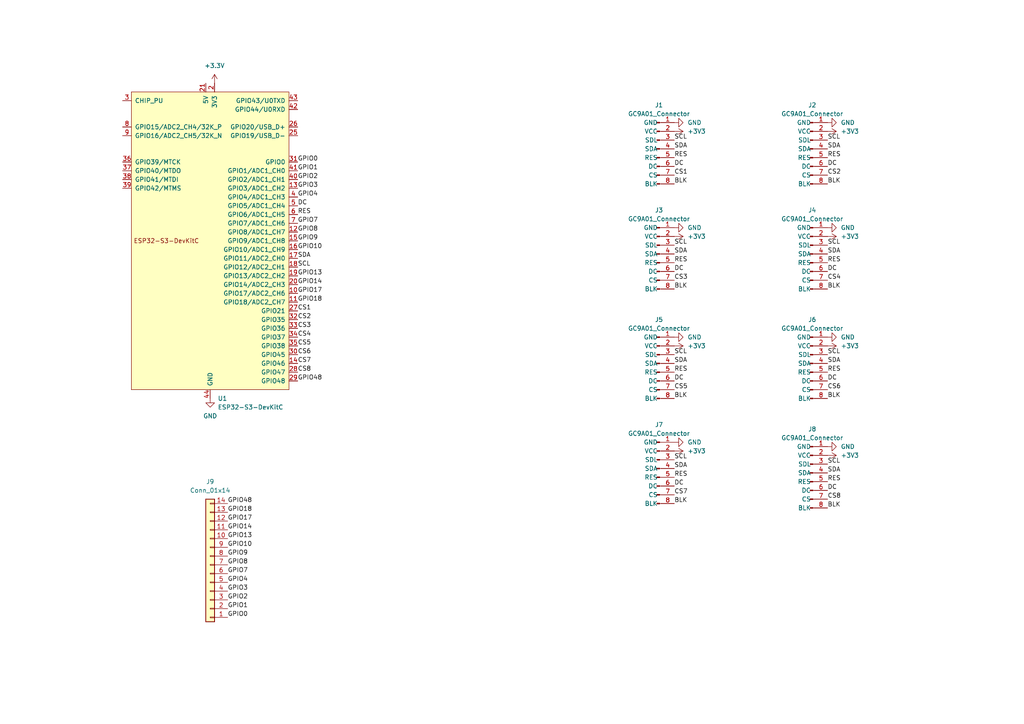
<source format=kicad_sch>
(kicad_sch (version 20230121) (generator eeschema)
  (paper "A4")
  (lib_symbols
    (symbol "Connector_Generic:Conn_01x14" (pin_names (offset 1.016) hide)
      (property "Reference" "J" (at 0 17.78 0))
      (property "Value" "Conn_01x14" (at 0 -20.32 0))
      (symbol "Conn_01x14_1_1"
        (rectangle (start -1.27 -17.653) (end 0 -17.907) (stroke (width 0.1524)))
        (rectangle (start -1.27 -15.113) (end 0 -15.367) (stroke (width 0.1524)))
        (rectangle (start -1.27 -12.573) (end 0 -12.827) (stroke (width 0.1524)))
        (rectangle (start -1.27 -10.033) (end 0 -10.287) (stroke (width 0.1524)))
        (rectangle (start -1.27 -7.493) (end 0 -7.747) (stroke (width 0.1524)))
        (rectangle (start -1.27 -4.953) (end 0 -5.207) (stroke (width 0.1524)))
        (rectangle (start -1.27 -2.413) (end 0 -2.667) (stroke (width 0.1524)))
        (rectangle (start -1.27 0.127) (end 0 -0.127) (stroke (width 0.1524)))
        (rectangle (start -1.27 2.667) (end 0 2.413) (stroke (width 0.1524)))
        (rectangle (start -1.27 5.207) (end 0 4.953) (stroke (width 0.1524)))
        (rectangle (start -1.27 7.747) (end 0 7.493) (stroke (width 0.1524)))
        (rectangle (start -1.27 10.287) (end 0 10.033) (stroke (width 0.1524)))
        (rectangle (start -1.27 12.827) (end 0 12.573) (stroke (width 0.1524)))
        (rectangle (start -1.27 15.367) (end 0 15.113) (stroke (width 0.1524)))
        (rectangle (start -1.27 16.51) (end 1.27 -19.05) (stroke (width 0.254)) (fill (type background)))
        (pin passive line (at -5.08 15.24 0) (length 3.81) (name "Pin_1") (number "1"))
        (pin passive line (at -5.08 -7.62 0) (length 3.81) (name "Pin_10") (number "10"))
        (pin passive line (at -5.08 -10.16 0) (length 3.81) (name "Pin_11") (number "11"))
        (pin passive line (at -5.08 -12.7 0) (length 3.81) (name "Pin_12") (number "12"))
        (pin passive line (at -5.08 -15.24 0) (length 3.81) (name "Pin_13") (number "13"))
        (pin passive line (at -5.08 -17.78 0) (length 3.81) (name "Pin_14") (number "14"))
        (pin passive line (at -5.08 12.7 0) (length 3.81) (name "Pin_2") (number "2"))
        (pin passive line (at -5.08 10.16 0) (length 3.81) (name "Pin_3") (number "3"))
        (pin passive line (at -5.08 7.62 0) (length 3.81) (name "Pin_4") (number "4"))
        (pin passive line (at -5.08 5.08 0) (length 3.81) (name "Pin_5") (number "5"))
        (pin passive line (at -5.08 2.54 0) (length 3.81) (name "Pin_6") (number "6"))
        (pin passive line (at -5.08 0 0) (length 3.81) (name "Pin_7") (number "7"))
        (pin passive line (at -5.08 -2.54 0) (length 3.81) (name "Pin_8") (number "8"))
        (pin passive line (at -5.08 -5.08 0) (length 3.81) (name "Pin_9") (number "9"))
      )
    )
    (symbol "Custom2:GC9A01 Connector" (pin_names (offset 1.016))
      (property "Reference" "J" (at 0 10.16 0))
      (property "Value" "GC9A01_Connector" (at 0 -12.7 0))
      (symbol "GC9A01 Connector_1_1"
        (polyline (pts (xy 1.27 -10.16) (xy 0.8636 -10.16)) (stroke (width 0.1524)))
        (polyline (pts (xy 1.27 -7.62) (xy 0.8636 -7.62)) (stroke (width 0.1524)))
        (polyline (pts (xy 1.27 -5.08) (xy 0.8636 -5.08)) (stroke (width 0.1524)))
        (polyline (pts (xy 1.27 -2.54) (xy 0.8636 -2.54)) (stroke (width 0.1524)))
        (polyline (pts (xy 1.27 0) (xy 0.8636 0)) (stroke (width 0.1524)))
        (polyline (pts (xy 1.27 2.54) (xy 0.8636 2.54)) (stroke (width 0.1524)))
        (polyline (pts (xy 1.27 5.08) (xy 0.8636 5.08)) (stroke (width 0.1524)))
        (polyline (pts (xy 1.27 7.62) (xy 0.8636 7.62)) (stroke (width 0.1524)))
        (rectangle (start 0.8636 -10.033) (end 0 -10.287) (stroke (width 0.1524)) (fill (type outline)))
        (rectangle (start 0.8636 -7.493) (end 0 -7.747) (stroke (width 0.1524)) (fill (type outline)))
        (rectangle (start 0.8636 -4.953) (end 0 -5.207) (stroke (width 0.1524)) (fill (type outline)))
        (rectangle (start 0.8636 -2.413) (end 0 -2.667) (stroke (width 0.1524)) (fill (type outline)))
        (rectangle (start 0.8636 0.127) (end 0 -0.127) (stroke (width 0.1524)) (fill (type outline)))
        (rectangle (start 0.8636 2.667) (end 0 2.413) (stroke (width 0.1524)) (fill (type outline)))
        (rectangle (start 0.8636 5.207) (end 0 4.953) (stroke (width 0.1524)) (fill (type outline)))
        (rectangle (start 0.8636 7.747) (end 0 7.493) (stroke (width 0.1524)) (fill (type outline)))
        (pin passive line (at 5.08 7.62 180) (length 3.81) (name "GND") (number "1"))
        (pin power_in line (at 5.08 5.08 180) (length 3.81) (name "VCC") (number "2"))
        (pin input line (at 5.08 2.54 180) (length 3.81) (name "SDL") (number "3"))
        (pin input line (at 5.08 0 180) (length 3.81) (name "SDA") (number "4"))
        (pin input line (at 5.08 -2.54 180) (length 3.81) (name "RES") (number "5"))
        (pin input line (at 5.08 -5.08 180) (length 3.81) (name "DC") (number "6"))
        (pin input line (at 5.08 -7.62 180) (length 3.81) (name "CS") (number "7"))
        (pin input line (at 5.08 -10.16 180) (length 3.81) (name "BLK") (number "8"))
      )
    )
    (symbol "PCM_Espressif:ESP32-S3-DevKitC" (pin_names (offset 1.016))
      (property "Reference" "U" (at -22.86 48.26 0))
      (property "Value" "ESP32-S3-DevKitC" (at -22.86 45.72 0))
      (symbol "ESP32-S3-DevKitC_0_0"
        (text "ESP32-S3-DevKitC" (at -12.7 0 0) (effects (font (size 1.27 1.27))))
        (pin bidirectional line (at 25.4 -35.56 180) (length 2.54) (name "GPIO46") (number "14"))
        (pin bidirectional line (at 25.4 -10.16 180) (length 2.54) (name "GPIO13/ADC2_CH2") (number "19"))
        (pin bidirectional line (at -25.4 15.24 0) (length 2.54) (name "GPIO42/MTMS") (number "39"))
        (pin bidirectional line (at 25.4 17.78 180) (length 2.54) (name "GPIO2/ADC1_CH1") (number "40"))
        (pin bidirectional line (at 25.4 20.32 180) (length 2.54) (name "GPIO1/ADC1_CH0") (number "41"))
        (pin bidirectional line (at 25.4 38.1 180) (length 2.54) (name "GPIO44/U0RXD") (number "42"))
        (pin bidirectional line (at 25.4 40.64 180) (length 2.54) (name "GPIO43/U0TXD") (number "43"))
        (pin power_in line (at 0 -45.72 90) (length 2.54) (name "GND") (number "44"))
      )
      (symbol "ESP32-S3-DevKitC_0_1"
        (rectangle (start -22.86 43.18) (end 22.86 -43.18) (fill (type background)))
        (pin power_in line (at 1.27 45.72 270) (length 2.54) (name "3V3") (number "2"))
      )
      (symbol "ESP32-S3-DevKitC_1_1"
        (pin passive line (at 1.27 45.72 270) (length 2.54) hide (name "3V3") (number "1"))
        (pin bidirectional line (at 25.4 -15.24 180) (length 2.54) (name "GPIO17/ADC2_CH6") (number "10"))
        (pin bidirectional line (at 25.4 -17.78 180) (length 2.54) (name "GPIO18/ADC2_CH7") (number "11"))
        (pin bidirectional line (at 25.4 2.54 180) (length 2.54) (name "GPIO8/ADC1_CH7") (number "12"))
        (pin bidirectional line (at 25.4 15.24 180) (length 2.54) (name "GPIO3/ADC1_CH2") (number "13"))
        (pin bidirectional line (at 25.4 0 180) (length 2.54) (name "GPIO9/ADC1_CH8") (number "15"))
        (pin bidirectional line (at 25.4 -2.54 180) (length 2.54) (name "GPIO10/ADC1_CH9") (number "16"))
        (pin bidirectional line (at 25.4 -5.08 180) (length 2.54) (name "GPIO11/ADC2_CH0") (number "17"))
        (pin bidirectional line (at 25.4 -7.62 180) (length 2.54) (name "GPIO12/ADC2_CH1") (number "18"))
        (pin bidirectional line (at 25.4 -12.7 180) (length 2.54) (name "GPIO14/ADC2_CH3") (number "20"))
        (pin power_in line (at -1.27 45.72 270) (length 2.54) (name "5V") (number "21"))
        (pin passive line (at 0 -45.72 90) (length 2.54) hide (name "GND") (number "22"))
        (pin passive line (at 0 -45.72 90) (length 2.54) hide (name "GND") (number "23"))
        (pin passive line (at 0 -45.72 90) (length 2.54) hide (name "GND") (number "24"))
        (pin bidirectional line (at 25.4 30.48 180) (length 2.54) (name "GPIO19/USB_D-") (number "25"))
        (pin bidirectional line (at 25.4 33.02 180) (length 2.54) (name "GPIO20/USB_D+") (number "26"))
        (pin bidirectional line (at 25.4 -20.32 180) (length 2.54) (name "GPIO21") (number "27"))
        (pin bidirectional line (at 25.4 -38.1 180) (length 2.54) (name "GPIO47") (number "28"))
        (pin bidirectional line (at 25.4 -40.64 180) (length 2.54) (name "GPIO48") (number "29"))
        (pin input line (at -25.4 40.64 0) (length 2.54) (name "CHIP_PU") (number "3"))
        (pin bidirectional line (at 25.4 -33.02 180) (length 2.54) (name "GPIO45") (number "30"))
        (pin bidirectional line (at 25.4 22.86 180) (length 2.54) (name "GPIO0") (number "31"))
        (pin bidirectional line (at 25.4 -22.86 180) (length 2.54) (name "GPIO35") (number "32"))
        (pin bidirectional line (at 25.4 -25.4 180) (length 2.54) (name "GPIO36") (number "33"))
        (pin bidirectional line (at 25.4 -27.94 180) (length 2.54) (name "GPIO37") (number "34"))
        (pin bidirectional line (at 25.4 -30.48 180) (length 2.54) (name "GPIO38") (number "35"))
        (pin bidirectional line (at -25.4 22.86 0) (length 2.54) (name "GPIO39/MTCK") (number "36"))
        (pin bidirectional line (at -25.4 20.32 0) (length 2.54) (name "GPIO40/MTDO") (number "37"))
        (pin bidirectional line (at -25.4 17.78 0) (length 2.54) (name "GPIO41/MTDI") (number "38"))
        (pin bidirectional line (at 25.4 12.7 180) (length 2.54) (name "GPIO4/ADC1_CH3") (number "4"))
        (pin bidirectional line (at 25.4 10.16 180) (length 2.54) (name "GPIO5/ADC1_CH4") (number "5"))
        (pin bidirectional line (at 25.4 7.62 180) (length 2.54) (name "GPIO6/ADC1_CH5") (number "6"))
        (pin bidirectional line (at 25.4 5.08 180) (length 2.54) (name "GPIO7/ADC1_CH6") (number "7"))
        (pin bidirectional line (at -25.4 33.02 0) (length 2.54) (name "GPIO15/ADC2_CH4/32K_P") (number "8"))
        (pin bidirectional line (at -25.4 30.48 0) (length 2.54) (name "GPIO16/ADC2_CH5/32K_N") (number "9"))
      )
    )
    (symbol "power:+3.3V" (power) (pin_names (offset 0))
      (property "Value" "+3.3V" (at 0 3.556 0))
      (symbol "+3.3V_0_1"
        (polyline (pts (xy -0.762 1.27) (xy 0 2.54)))
        (polyline (pts (xy 0 0) (xy 0 2.54)))
        (polyline (pts (xy 0 2.54) (xy 0.762 1.27)))
      )
      (symbol "+3.3V_1_1"
        (pin power_in line (at 0 0 90) (length 0) hide (name "+3.3V") (number "1"))
      )
    )
    (symbol "power:+3V3" (power) (pin_names (offset 0))
      (property "Value" "+3V3" (at 0 3.556 0))
      (symbol "+3V3_0_1"
        (polyline (pts (xy -0.762 1.27) (xy 0 2.54)))
        (polyline (pts (xy 0 0) (xy 0 2.54)))
        (polyline (pts (xy 0 2.54) (xy 0.762 1.27)))
      )
      (symbol "+3V3_1_1"
        (pin power_in line (at 0 0 90) (length 0) hide (name "+3V3") (number "1"))
      )
    )
    (symbol "power:GND" (power) (pin_names (offset 0))
      (property "Value" "GND" (at 0 -3.81 0))
      (symbol "GND_0_1"
        (polyline (pts (xy 0 0) (xy 0 -1.27) (xy 1.27 -1.27) (xy 0 -2.54) (xy -1.27 -1.27) (xy 0 -1.27)))
      )
      (symbol "GND_1_1"
        (pin power_in line (at 0 0 270) (length 0) hide (name "GND") (number "1"))
      )
    )
  )
  (label "CS4" (at 240.03 81.28 0))
  (label "CS3" (at 195.58 81.28 0))
  (label "SDA" (at 195.58 43.18 0))
  (label "CS3" (at 86.36 95.25 0))
  (label "GPIO8" (at 66.04 163.83 0))
  (label "RES" (at 195.58 107.95 0))
  (label "BLK" (at 240.03 115.57 0))
  (label "SDA" (at 195.58 105.41 0))
  (label "DC" (at 195.58 78.74 0))
  (label "GPIO10" (at 66.04 158.75 0))
  (label "SCL" (at 195.58 133.35 0))
  (label "DC" (at 240.03 48.26 0))
  (label "GPIO17" (at 86.36 85.09 0))
  (label "CS5" (at 86.36 100.33 0))
  (label "CS6" (at 240.03 113.03 0))
  (label "GPIO48" (at 86.36 110.49 0))
  (label "GPIO1" (at 66.04 176.53 0))
  (label "DC" (at 240.03 78.74 0))
  (label "SCL" (at 240.03 40.64 0))
  (label "CS7" (at 86.36 105.41 0))
  (label "SDA" (at 86.36 74.93 0))
  (label "RES" (at 240.03 45.72 0))
  (label "GPIO3" (at 66.04 171.45 0))
  (label "RES" (at 240.03 107.95 0))
  (label "CS2" (at 240.03 50.8 0))
  (label "SCL" (at 240.03 71.12 0))
  (label "CS4" (at 86.36 97.79 0))
  (label "DC" (at 195.58 140.97 0))
  (label "GPIO18" (at 86.36 87.63 0))
  (label "GPIO13" (at 86.36 80.01 0))
  (label "SDA" (at 195.58 73.66 0))
  (label "GPIO17" (at 66.04 151.13 0))
  (label "GPIO3" (at 86.36 54.61 0))
  (label "GPIO1" (at 86.36 49.53 0))
  (label "GPIO2" (at 66.04 173.99 0))
  (label "BLK" (at 240.03 83.82 0))
  (label "CS6" (at 86.36 102.87 0))
  (label "SDA" (at 195.58 135.89 0))
  (label "GPIO10" (at 86.36 72.39 0))
  (label "GPIO0" (at 66.04 179.07 0))
  (label "DC" (at 240.03 142.24 0))
  (label "SCL" (at 86.36 77.47 0))
  (label "GPIO14" (at 86.36 82.55 0))
  (label "GPIO7" (at 66.04 166.37 0))
  (label "BLK" (at 195.58 115.57 0))
  (label "GPIO8" (at 86.36 67.31 0))
  (label "DC" (at 240.03 110.49 0))
  (label "GPIO48" (at 66.04 146.05 0))
  (label "SCL" (at 195.58 71.12 0))
  (label "RES" (at 240.03 139.7 0))
  (label "BLK" (at 195.58 53.34 0))
  (label "SCL" (at 240.03 102.87 0))
  (label "SCL" (at 240.03 134.62 0))
  (label "SDA" (at 240.03 137.16 0))
  (label "GPIO14" (at 66.04 153.67 0))
  (label "RES" (at 195.58 45.72 0))
  (label "GPIO4" (at 86.36 57.15 0))
  (label "RES" (at 240.03 76.2 0))
  (label "GPIO4" (at 66.04 168.91 0))
  (label "SDA" (at 240.03 73.66 0))
  (label "RES" (at 86.36 62.23 0))
  (label "GPIO9" (at 66.04 161.29 0))
  (label "DC" (at 86.36 59.69 0))
  (label "GPIO7" (at 86.36 64.77 0))
  (label "GPIO18" (at 66.04 148.59 0))
  (label "BLK" (at 240.03 147.32 0))
  (label "SCL" (at 195.58 102.87 0))
  (label "SCL" (at 195.58 40.64 0))
  (label "CS5" (at 195.58 113.03 0))
  (label "CS2" (at 86.36 92.71 0))
  (label "SDA" (at 240.03 43.18 0))
  (label "CS8" (at 240.03 144.78 0))
  (label "BLK" (at 195.58 146.05 0))
  (label "RES" (at 195.58 138.43 0))
  (label "CS7" (at 195.58 143.51 0))
  (label "CS1" (at 86.36 90.17 0))
  (label "DC" (at 195.58 48.26 0))
  (label "GPIO2" (at 86.36 52.07 0))
  (label "RES" (at 195.58 76.2 0))
  (label "BLK" (at 240.03 53.34 0))
  (label "CS8" (at 86.36 107.95 0))
  (label "CS1" (at 195.58 50.8 0))
  (label "GPIO9" (at 86.36 69.85 0))
  (label "DC" (at 195.58 110.49 0))
  (label "SDA" (at 240.03 105.41 0))
  (label "BLK" (at 195.58 83.82 0))
  (label "GPIO13" (at 66.04 156.21 0))
  (label "GPIO0" (at 86.36 46.99 0))
  (symbol (lib_id "power:GND") (at 240.03 35.56 90) (unit 1)
    (property "Reference" "#PWR015" (effects hide))
    (property "Value" "GND" (at 243.84 35.56 90) (effects (justify right)))
  )
  (symbol (lib_id "PCM_Espressif:ESP32-S3-DevKitC") (at 60.96 69.85 0) (unit 1)
    (property "Reference" "U1" (at 63.1541 115.57 0) (effects (justify left)))
    (property "Value" "ESP32-S3-DevKitC" (at 63.1541 118.11 0) (effects (justify left)))
    (property "Footprint" "PCM_Espressif:ESP32-S3-DevKitC" (effects hide))
  )
  (symbol (lib_id "Custom2:GC9A01 Connector") (at 234.95 105.41 0) (unit 1)
    (property "Reference" "J6" (at 235.585 92.71 0))
    (property "Value" "GC9A01_Connector" (at 235.585 95.25 0))
    (property "Footprint" "Connector_PinHeader_2.54mm:PinHeader_1x08_P2.54mm_Vertical" (effects hide))
  )
  (symbol (lib_id "power:+3V3") (at 240.03 100.33 270) (unit 1)
    (property "Reference" "#PWR07" (effects hide))
    (property "Value" "+3V3" (at 243.84 100.33 90) (effects (justify left)))
  )
  (symbol (lib_id "Custom2:GC9A01 Connector") (at 234.95 137.16 0) (unit 1)
    (property "Reference" "J8" (at 235.585 124.46 0))
    (property "Value" "GC9A01_Connector" (at 235.585 127 0))
    (property "Footprint" "Connector_PinHeader_2.54mm:PinHeader_1x08_P2.54mm_Vertical" (effects hide))
  )
  (symbol (lib_id "power:+3V3") (at 195.58 68.58 270) (unit 1)
    (property "Reference" "#PWR04" (effects hide))
    (property "Value" "+3V3" (at 199.39 68.58 90) (effects (justify left)))
  )
  (symbol (lib_id "power:GND") (at 240.03 97.79 90) (unit 1)
    (property "Reference" "#PWR017" (effects hide))
    (property "Value" "GND" (at 243.84 97.79 90) (effects (justify right)))
  )
  (symbol (lib_id "power:+3V3") (at 240.03 132.08 270) (unit 1)
    (property "Reference" "#PWR09" (effects hide))
    (property "Value" "+3V3" (at 243.84 132.08 90) (effects (justify left)))
  )
  (symbol (lib_id "Custom2:GC9A01 Connector") (at 234.95 73.66 0) (unit 1)
    (property "Reference" "J4" (at 235.585 60.96 0))
    (property "Value" "GC9A01_Connector" (at 235.585 63.5 0))
    (property "Footprint" "Connector_PinHeader_2.54mm:PinHeader_1x08_P2.54mm_Vertical" (effects hide))
  )
  (symbol (lib_id "Custom2:GC9A01 Connector") (at 190.5 135.89 0) (unit 1)
    (property "Reference" "J7" (at 191.135 123.19 0))
    (property "Value" "GC9A01_Connector" (at 191.135 125.73 0))
    (property "Footprint" "Connector_PinHeader_2.54mm:PinHeader_1x08_P2.54mm_Vertical" (effects hide))
  )
  (symbol (lib_id "power:GND") (at 240.03 66.04 90) (unit 1)
    (property "Reference" "#PWR016" (effects hide))
    (property "Value" "GND" (at 243.84 66.04 90) (effects (justify right)))
  )
  (symbol (lib_id "power:GND") (at 240.03 129.54 90) (unit 1)
    (property "Reference" "#PWR018" (effects hide))
    (property "Value" "GND" (at 243.84 129.54 90) (effects (justify right)))
  )
  (symbol (lib_id "power:+3V3") (at 195.58 100.33 270) (unit 1)
    (property "Reference" "#PWR06" (effects hide))
    (property "Value" "+3V3" (at 199.39 100.33 90) (effects (justify left)))
  )
  (symbol (lib_id "Custom2:GC9A01 Connector") (at 190.5 73.66 0) (unit 1)
    (property "Reference" "J3" (at 191.135 60.96 0))
    (property "Value" "GC9A01_Connector" (at 191.135 63.5 0))
    (property "Footprint" "Connector_PinHeader_2.54mm:PinHeader_1x08_P2.54mm_Vertical" (effects hide))
  )
  (symbol (lib_id "power:GND") (at 195.58 66.04 90) (unit 1)
    (property "Reference" "#PWR012" (effects hide))
    (property "Value" "GND" (at 199.39 66.04 90) (effects (justify right)))
  )
  (symbol (lib_id "power:+3V3") (at 240.03 38.1 270) (unit 1)
    (property "Reference" "#PWR03" (effects hide))
    (property "Value" "+3V3" (at 243.84 38.1 90) (effects (justify left)))
  )
  (symbol (lib_id "power:+3.3V") (at 62.23 24.13 0) (unit 1)
    (property "Reference" "#PWR01" (effects hide))
    (property "Value" "+3.3V" (at 62.23 19.05 0))
  )
  (symbol (lib_id "power:GND") (at 60.96 115.57 0) (unit 1)
    (property "Reference" "#PWR010" (effects hide))
    (property "Value" "GND" (at 60.96 120.65 0))
  )
  (symbol (lib_id "Custom2:GC9A01 Connector") (at 234.95 43.18 0) (unit 1)
    (property "Reference" "J2" (at 235.585 30.48 0))
    (property "Value" "GC9A01_Connector" (at 235.585 33.02 0))
    (property "Footprint" "Connector_PinHeader_2.54mm:PinHeader_1x08_P2.54mm_Vertical" (effects hide))
  )
  (symbol (lib_id "power:GND") (at 195.58 97.79 90) (unit 1)
    (property "Reference" "#PWR013" (effects hide))
    (property "Value" "GND" (at 199.39 97.79 90) (effects (justify right)))
  )
  (symbol (lib_id "Custom2:GC9A01 Connector") (at 190.5 43.18 0) (unit 1)
    (property "Reference" "J1" (at 191.135 30.48 0))
    (property "Value" "GC9A01_Connector" (at 191.135 33.02 0))
    (property "Footprint" "Connector_PinHeader_2.54mm:PinHeader_1x08_P2.54mm_Vertical" (effects hide))
  )
  (symbol (lib_id "power:GND") (at 195.58 128.27 90) (unit 1)
    (property "Reference" "#PWR014" (effects hide))
    (property "Value" "GND" (at 199.39 128.27 90) (effects (justify right)))
  )
  (symbol (lib_id "Connector_Generic:Conn_01x14") (at 60.96 163.83 180) (unit 1)
    (property "Reference" "J9" (at 60.96 139.7 0))
    (property "Value" "Conn_01x14" (at 60.96 142.24 0))
    (property "Footprint" "Connector_PinHeader_2.54mm:PinHeader_1x14_P2.54mm_Vertical" (effects hide))
  )
  (symbol (lib_id "power:+3V3") (at 195.58 130.81 270) (unit 1)
    (property "Reference" "#PWR08" (effects hide))
    (property "Value" "+3V3" (at 199.39 130.81 90) (effects (justify left)))
  )
  (symbol (lib_id "power:+3V3") (at 195.58 38.1 270) (unit 1)
    (property "Reference" "#PWR02" (effects hide))
    (property "Value" "+3V3" (at 199.39 38.1 90) (effects (justify left)))
  )
  (symbol (lib_id "Custom2:GC9A01 Connector") (at 190.5 105.41 0) (unit 1)
    (property "Reference" "J5" (at 191.135 92.71 0))
    (property "Value" "GC9A01_Connector" (at 191.135 95.25 0))
    (property "Footprint" "Connector_PinHeader_2.54mm:PinHeader_1x08_P2.54mm_Vertical" (effects hide))
  )
  (symbol (lib_id "power:+3V3") (at 240.03 68.58 270) (unit 1)
    (property "Reference" "#PWR05" (effects hide))
    (property "Value" "+3V3" (at 243.84 68.58 90) (effects (justify left)))
  )
  (symbol (lib_id "power:GND") (at 195.58 35.56 90) (unit 1)
    (property "Reference" "#PWR011" (effects hide))
    (property "Value" "GND" (at 199.39 35.56 90) (effects (justify right)))
  )
)
</source>
